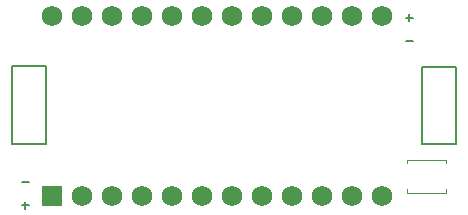
<source format=gbr>
%TF.GenerationSoftware,KiCad,Pcbnew,(6.0.6)*%
%TF.CreationDate,2022-10-25T17:15:21+11:00*%
%TF.ProjectId,battpack-double-ended,62617474-7061-4636-9b2d-646f75626c65,v1.0.0*%
%TF.SameCoordinates,Original*%
%TF.FileFunction,Legend,Bot*%
%TF.FilePolarity,Positive*%
%FSLAX46Y46*%
G04 Gerber Fmt 4.6, Leading zero omitted, Abs format (unit mm)*
G04 Created by KiCad (PCBNEW (6.0.6)) date 2022-10-25 17:15:21*
%MOMM*%
%LPD*%
G01*
G04 APERTURE LIST*
%ADD10C,0.150000*%
%ADD11C,0.120000*%
%ADD12R,1.752600X1.752600*%
%ADD13C,1.752600*%
G04 APERTURE END LIST*
D10*
%TO.C,PAD2*%
X80404761Y-44657142D02*
X79795238Y-44657142D01*
X47904761Y-56557142D02*
X47295238Y-56557142D01*
%TO.C,PAD1*%
X80404761Y-42657142D02*
X79795238Y-42657142D01*
X80100000Y-42961904D02*
X80100000Y-42352380D01*
X47904761Y-58557142D02*
X47295238Y-58557142D01*
X47600000Y-58861904D02*
X47600000Y-58252380D01*
D11*
%TO.C,B2*%
X79950000Y-57200000D02*
X79950000Y-57500000D01*
X79950000Y-55000000D02*
X79950000Y-54700000D01*
X83250000Y-57500000D02*
X83250000Y-57200000D01*
X79950000Y-57500000D02*
X83250000Y-57500000D01*
X83250000Y-54700000D02*
X83250000Y-55000000D01*
X79950000Y-54700000D02*
X83250000Y-54700000D01*
D10*
%TO.C,T1*%
X84050000Y-46800000D02*
X81200000Y-46800000D01*
X84050000Y-52050000D02*
X84050000Y-48150000D01*
X81200000Y-53400000D02*
X84050000Y-53400000D01*
X84050000Y-50100000D02*
X84050000Y-46800000D01*
X81200000Y-46800000D02*
X81200000Y-53400000D01*
X84050000Y-50100000D02*
X84050000Y-53400000D01*
X46467752Y-53350000D02*
X49317752Y-53350000D01*
X46467752Y-48100000D02*
X46467752Y-52000000D01*
X49317752Y-46750000D02*
X46467752Y-46750000D01*
X46467752Y-50050000D02*
X46467752Y-53350000D01*
X49317752Y-53350000D02*
X49317752Y-46750000D01*
X46467752Y-50050000D02*
X46467752Y-46750000D01*
%TD*%
D12*
%TO.C,*%
X49880000Y-57720000D03*
D13*
X52420000Y-57720000D03*
X54960000Y-57720000D03*
X57500000Y-57720000D03*
X60040000Y-57720000D03*
X62580000Y-57720000D03*
X65120000Y-57720000D03*
X67660000Y-57720000D03*
X70200000Y-57720000D03*
X72740000Y-57720000D03*
X75280000Y-57720000D03*
X77820000Y-57720000D03*
X77820000Y-42480000D03*
X75280000Y-42480000D03*
X72740000Y-42480000D03*
X70200000Y-42480000D03*
X67660000Y-42480000D03*
X65120000Y-42480000D03*
X62580000Y-42480000D03*
X60040000Y-42480000D03*
X57500000Y-42480000D03*
X54960000Y-42480000D03*
X52420000Y-42480000D03*
X49880000Y-42480000D03*
%TD*%
M02*

</source>
